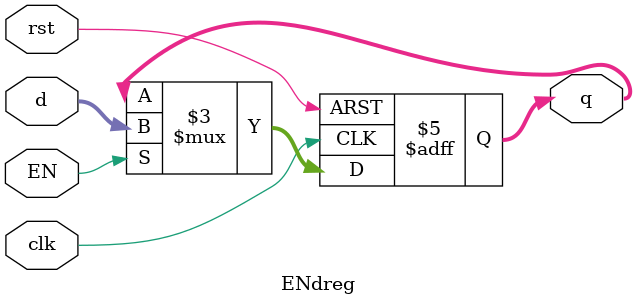
<source format=v>
module ENdreg # (parameter WIDTH = 32) (
        input  wire             clk,
        input  wire             rst,
        input  wire             EN,
        input  wire [WIDTH-1:0] d,
        output reg  [WIDTH-1:0] q
    );

    always @ (posedge clk, posedge rst) begin
        if (rst) q <= 0;
        else if(EN) q <= d;
        else q <= q;
    end
endmodule
</source>
